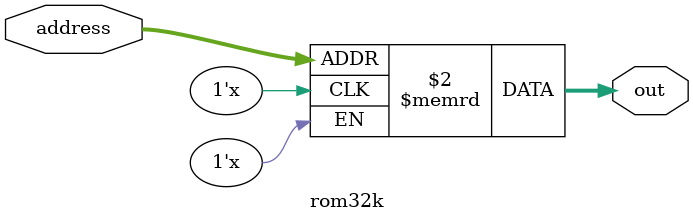
<source format=v>
module rom32k(out, address);
	input [14:0]address;
	output reg [15:0] out;

	reg [15:0] rom_memory [0:32767];

	always @* begin
		out <= rom_memory[address];
	end
endmodule

</source>
